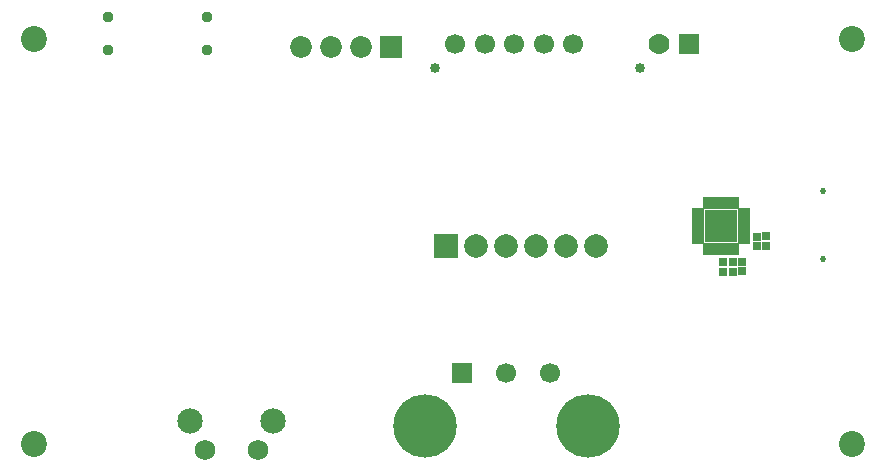
<source format=gbs>
G04*
G04 #@! TF.GenerationSoftware,Altium Limited,Altium Designer,20.1.14 (287)*
G04*
G04 Layer_Color=16711935*
%FSLAX44Y44*%
%MOMM*%
G71*
G04*
G04 #@! TF.SameCoordinates,99A645DD-A7E4-4CA2-B257-33081834DCFA*
G04*
G04*
G04 #@! TF.FilePolarity,Negative*
G04*
G01*
G75*
%ADD39R,0.6500X0.6500*%
%ADD44R,0.7200X0.7600*%
%ADD62C,0.9500*%
%ADD63R,1.7750X1.7750*%
%ADD64C,1.7750*%
%ADD65C,0.8500*%
%ADD66C,0.5250*%
%ADD67R,1.7000X1.7000*%
%ADD68C,1.7000*%
%ADD69C,5.3600*%
%ADD70C,2.0000*%
%ADD71R,2.0000X2.0000*%
%ADD72C,1.8500*%
%ADD73R,1.8500X1.8500*%
%ADD74C,2.1500*%
%ADD75C,1.7400*%
%ADD76C,2.2000*%
%ADD125R,1.0500X0.5000*%
%ADD126R,0.5000X1.0500*%
%ADD127R,2.7500X2.7500*%
D39*
X1968723Y1005869D02*
D03*
Y997869D02*
D03*
X1977270D02*
D03*
Y1005869D02*
D03*
X1985165Y998117D02*
D03*
Y1006117D02*
D03*
D44*
X1997582Y1019655D02*
D03*
Y1027455D02*
D03*
X2005567Y1027692D02*
D03*
Y1019892D02*
D03*
D62*
X1531959Y1185723D02*
D03*
Y1213223D02*
D03*
X1448077Y1185956D02*
D03*
Y1213456D02*
D03*
D63*
X1939922Y1190543D02*
D03*
D64*
X1914922D02*
D03*
D65*
X1898922Y1170543D02*
D03*
X1725660Y1170457D02*
D03*
D66*
X2053603Y1066220D02*
D03*
Y1008420D02*
D03*
D67*
X1747935Y912219D02*
D03*
D68*
X1785435D02*
D03*
X1822935D02*
D03*
X1742500Y1190777D02*
D03*
X1767500D02*
D03*
X1792500D02*
D03*
X1817500D02*
D03*
X1842500D02*
D03*
D69*
X1716434Y867219D02*
D03*
X1854435D02*
D03*
D70*
X1861915Y1019758D02*
D03*
X1836516D02*
D03*
X1811116D02*
D03*
X1785715D02*
D03*
X1760316D02*
D03*
D71*
X1734915D02*
D03*
D72*
X1612048Y1188248D02*
D03*
X1637448D02*
D03*
X1662848D02*
D03*
D73*
X1688248D02*
D03*
D74*
X1518184Y871409D02*
D03*
X1588284D02*
D03*
D75*
X1575734Y846509D02*
D03*
X1530734D02*
D03*
D76*
X2078210Y1194860D02*
D03*
Y851680D02*
D03*
X1385830D02*
D03*
Y1194860D02*
D03*
D125*
X1986839Y1049278D02*
D03*
Y1044278D02*
D03*
Y1039278D02*
D03*
Y1034278D02*
D03*
Y1029278D02*
D03*
Y1024278D02*
D03*
X1947839D02*
D03*
Y1029278D02*
D03*
Y1034278D02*
D03*
Y1039278D02*
D03*
Y1044278D02*
D03*
Y1049278D02*
D03*
D126*
X1979839Y1017278D02*
D03*
X1974839D02*
D03*
X1969839D02*
D03*
X1964839D02*
D03*
X1959839D02*
D03*
X1954839D02*
D03*
Y1056278D02*
D03*
X1959839D02*
D03*
X1964839D02*
D03*
X1969839D02*
D03*
X1974839D02*
D03*
X1979839D02*
D03*
D127*
X1967339Y1036778D02*
D03*
M02*

</source>
